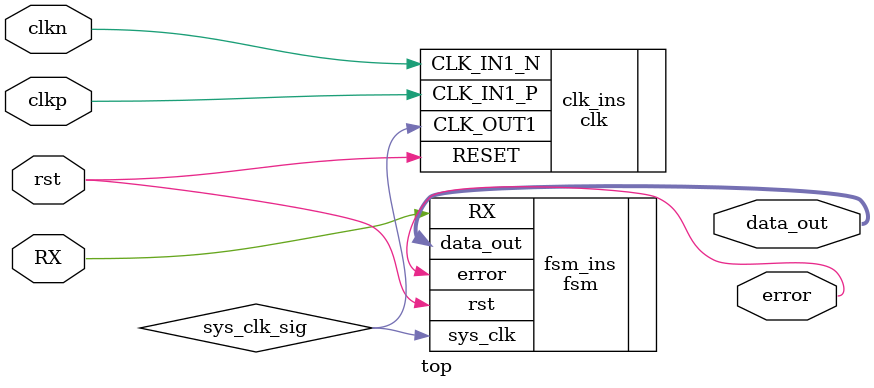
<source format=v>
`timescale 1ns / 1ps
module top(
    input RX,
    input rst,
	 //input clk,
    input clkp,
	 input clkn,
    output [7:0] data_out,
    output error
    );
	 
	wire sys_clk_sig;

	clk clk_ins
   (// Clock in ports
    .CLK_IN1_P(clkp),    // IN
    .CLK_IN1_N(clkn),    // IN
    // Clock out ports
    .CLK_OUT1(sys_clk_sig),     // OUT
    // Status and control signals
    .RESET(rst));       // IN
 
	fsm fsm_ins (
    .RX(RX), 
    .rst(rst), 
    .sys_clk(sys_clk_sig), 
    .data_out(data_out), 
    .error(error)
    );
	

endmodule

</source>
